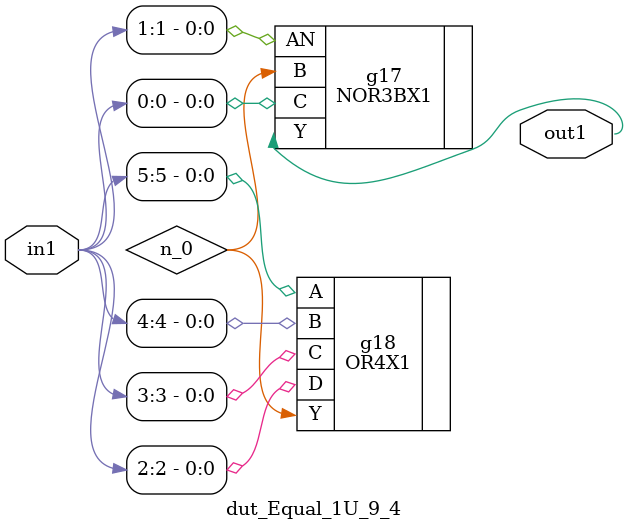
<source format=v>
`timescale 1ps / 1ps


module dut_Equal_1U_9_4(in1, out1);
  input [5:0] in1;
  output out1;
  wire [5:0] in1;
  wire out1;
  wire n_0;
  NOR3BX1 g17(.AN (in1[1]), .B (n_0), .C (in1[0]), .Y (out1));
  OR4X1 g18(.A (in1[5]), .B (in1[4]), .C (in1[3]), .D (in1[2]), .Y
       (n_0));
endmodule



</source>
